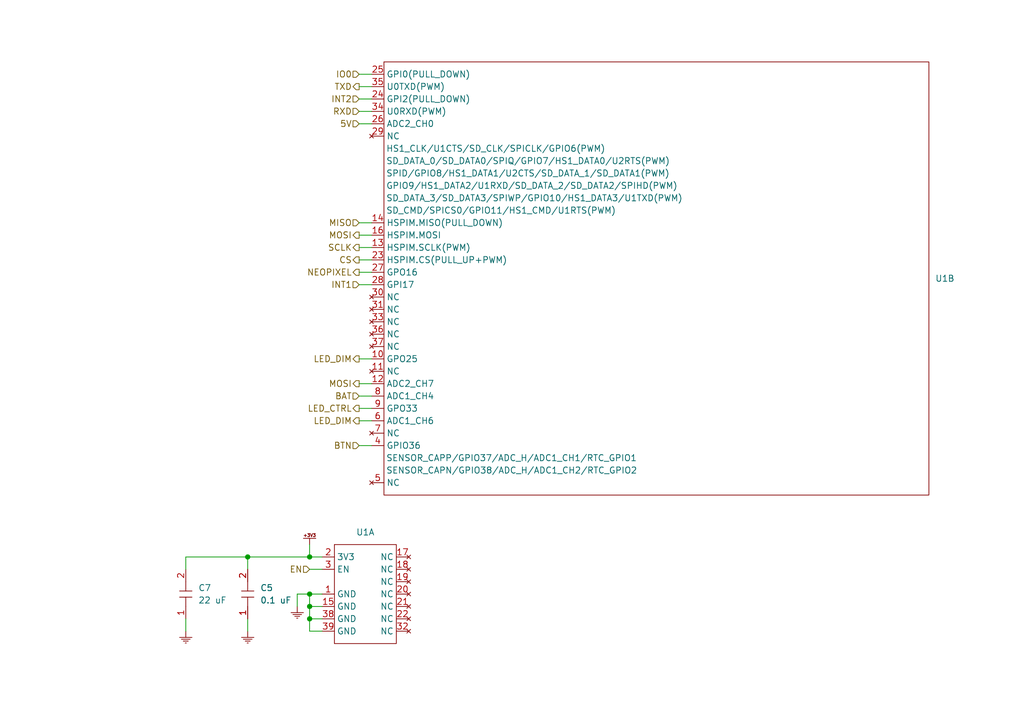
<source format=kicad_sch>
(kicad_sch (version 20230121) (generator eeschema)
  (paper "A5")
  (lib_symbols
    (symbol "zandmd:+3V3" (power) (pin_names (offset 0))
      (symbol "+3V3_0_1"
        (polyline (pts (xy -1.27 1.27) (xy 1.27 1.27)))
        (polyline (pts (xy 0 0) (xy 0 1.27)))
      )
      (symbol "+3V3_1_1"
        (text "+3V3" (at 0 1.905 0) (effects (font (size 0.635 0.635))))
        (pin power_in line (at 0 0 90) (length 0) hide (name "+3V3") (number "1"))
      )
    )
    (symbol "zandmd:CAPACITOR" (pin_names (offset 0))
      (property "Reference" "C" (at 0 0 0))
      (property "Value" "C" (at 0 0 0))
      (symbol "CAPACITOR_0_1"
        (polyline (pts (xy 2.54 0) (xy 4.445 0)))
        (polyline (pts (xy 4.445 1.27) (xy 4.445 -1.27)))
        (polyline (pts (xy 5.715 1.27) (xy 5.715 -1.27)))
        (polyline (pts (xy 7.62 0) (xy 5.715 0)))
      )
      (symbol "CAPACITOR_1_1"
        (pin passive line (at 0 0 0) (length 2.54) (name "") (number "1"))
        (pin passive line (at 10.16 0 180) (length 2.54) (name "") (number "2"))
      )
    )
    (symbol "zandmd:ESP32-WROOM-32E-N4"
      (property "Reference" "U" (at 0 0 0))
      (symbol "ESP32-WROOM-32E-N4_1_1"
        (rectangle (start 2.54 20.32) (end 15.24 0))
        (pin passive line (at 0 10.16 0) (length 2.54) (name "GND") (number "1"))
        (pin passive line (at 0 7.62 0) (length 2.54) (name "GND") (number "15"))
        (pin no_connect line (at 17.78 17.78 180) (length 2.54) (name "NC") (number "17"))
        (pin no_connect line (at 17.78 15.24 180) (length 2.54) (name "NC") (number "18"))
        (pin no_connect line (at 17.78 12.7 180) (length 2.54) (name "NC") (number "19"))
        (pin power_in line (at 0 17.78 0) (length 2.54) (name "3V3") (number "2"))
        (pin no_connect line (at 17.78 10.16 180) (length 2.54) (name "NC") (number "20"))
        (pin no_connect line (at 17.78 7.62 180) (length 2.54) (name "NC") (number "21"))
        (pin no_connect line (at 17.78 5.08 180) (length 2.54) (name "NC") (number "22"))
        (pin input line (at 0 15.24 0) (length 2.54) (name "EN") (number "3"))
        (pin no_connect line (at 17.78 2.54 180) (length 2.54) (name "NC") (number "32"))
        (pin passive line (at 0 5.08 0) (length 2.54) (name "GND") (number "38"))
        (pin passive line (at 0 2.54 0) (length 2.54) (name "GND") (number "39"))
      )
      (symbol "ESP32-WROOM-32E-N4_2_1"
        (rectangle (start 2.54 88.9) (end 114.3 0))
        (text "GPIO9/HS1_DATA2/U1RXD/SD_DATA_2/SD_DATA2/SPIHD(PWM)" (at 2.9718 63.5 0) (effects (font (size 1.27 1.27)) (justify left)))
        (text "HS1_CLK/U1CTS/SD_CLK/SPICLK/GPIO6(PWM)" (at 2.9718 71.12 0) (effects (font (size 1.27 1.27)) (justify left)))
        (text "SD_CMD/SPICS0/GPIO11/HS1_CMD/U1RTS(PWM)" (at 2.9718 58.42 0) (effects (font (size 1.27 1.27)) (justify left)))
        (text "SD_DATA_0/SD_DATA0/SPIQ/GPIO7/HS1_DATA0/U2RTS(PWM)" (at 2.9718 68.58 0) (effects (font (size 1.27 1.27)) (justify left)))
        (text "SD_DATA_3/SD_DATA3/SPIWP/GPIO10/HS1_DATA3/U1TXD(PWM)" (at 2.9718 60.96 0) (effects (font (size 1.27 1.27)) (justify left)))
        (text "SENSOR_CAPN/GPIO38/ADC_H/ADC1_CH2/RTC_GPIO2" (at 2.9718 5.08 0) (effects (font (size 1.27 1.27)) (justify left)))
        (text "SENSOR_CAPP/GPIO37/ADC_H/ADC1_CH1/RTC_GPIO1" (at 2.9718 7.62 0) (effects (font (size 1.27 1.27)) (justify left)))
        (text "SPID/GPIO8/HS1_DATA1/U2CTS/SD_DATA_1/SD_DATA1(PWM)" (at 2.9718 66.04 0) (effects (font (size 1.27 1.27)) (justify left)))
        (pin bidirectional line (at 0 27.94 0) (length 2.54) (name "ADC2_CH8/RTC_GPIO6/GPIO25/EMAC_RXD0/DAC_1") (number "10") (alternate "GPO25" output line) (alternate "NC" no_connect line))
        (pin bidirectional line (at 0 25.4 0) (length 2.54) (name "GPIO26/EMAC_RXD1/DAC_2/ADC2_CH9/RTC_GPIO7") (number "11") (alternate "NC" no_connect line))
        (pin bidirectional line (at 0 22.86 0) (length 2.54) (name "GPIO27/EMAC_RX_DV/ADC2_CH7/TOUCH7/RTC_GPIO17") (number "12") (alternate "ADC2_CH7" input line) (alternate "NC" no_connect line))
        (pin bidirectional line (at 0 50.8 0) (length 2.54) (name "HS2_CLK/SD_CLK/EMAC_TXD2/TOUCH6/RTC_GPIO16/MTMS/HSPICLK/GPIO14/ADC2_CH6(PWM)") (number "13") (alternate "HSPIM.SCLK(PWM)" output line) (alternate "NC" no_connect line))
        (pin bidirectional line (at 0 55.88 0) (length 2.54) (name "RTC_GPIO15/GPIO12/SD_DATA2/EMAC_TXD3/ADC2_CH5/TOUCH5/MTDI/HSPIQ/HS2_DATA2(PULL_DOWN)") (number "14") (alternate "HSPIM.MISO(PULL_DOWN)" input line) (alternate "NC" no_connect line))
        (pin bidirectional line (at 0 53.34 0) (length 2.54) (name "HSPID/ADC2_CH4/TOUCH4/EMAC_RX_ER/RTC_GPIO14/MTCK/GPIO13/HS2_DATA3/SD_DATA3") (number "16") (alternate "HSPIM.MOSI" output line) (alternate "NC" no_connect line))
        (pin bidirectional line (at 0 48.26 0) (length 2.54) (name "RTC_GPIO13/I2C_SDA/MTDO/EMAC_RXD3/ADC2_CH4/SD_CMD/TOUCH3/HSPICS0/GPIO15/HS2_CMD(PULL_UP+PWM)") (number "23") (alternate "HSPIM.CS(PULL_UP+PWM)" output line) (alternate "NC" no_connect line))
        (pin bidirectional line (at 0 81.28 0) (length 2.54) (name "RTC_GPIO12/I2C_SCL/GPIO2/HSPIWP/HS2_DATA0/SD_DATA0/ADC2_CH2/TOUCH2(PULL_DOWN)") (number "24") (alternate "GPI2(PULL_DOWN)" input line) (alternate "NC" no_connect line))
        (pin bidirectional line (at 0 86.36 0) (length 2.54) (name "GPIO0/CLK_OUT1/EMAC_TX_CLK/ADC2_CH1/TOUCH1/RTC_GPIO11/I2C_SDA(PULL_DOWN)") (number "25") (alternate "GPI0(PULL_DOWN)" input line) (alternate "NC" no_connect line))
        (pin bidirectional line (at 0 76.2 0) (length 2.54) (name "EMAC_TX_ER/ADC2_CH0/TOUCH0/I2C_SCL/GPIO4/HSPIHD/HS2_DATA1/SD_DATA1/RTC_GPIO10") (number "26") (alternate "ADC2_CH0" input line) (alternate "NC" no_connect line))
        (pin bidirectional line (at 0 45.72 0) (length 2.54) (name "U2RXD/EMAC_CLK_OUT/GPIO16/HS1_DATA4") (number "27") (alternate "GPO16" output line) (alternate "NC" no_connect line))
        (pin bidirectional line (at 0 43.18 0) (length 2.54) (name "HS1_DATA5/U2TXD/EMAC_CLK_180/GPIO17") (number "28") (alternate "GPI17" input line) (alternate "NC" no_connect line))
        (pin bidirectional line (at 0 73.66 0) (length 2.54) (name "GPIO5/VSPICS0/HS1_DATA6/EMAC_RX_CLK(PULL_UP+PWM)") (number "29") (alternate "NC" no_connect line))
        (pin bidirectional line (at 0 40.64 0) (length 2.54) (name "GPIO18/VSPICLK/HS1_DATA7") (number "30") (alternate "NC" no_connect line))
        (pin bidirectional line (at 0 38.1 0) (length 2.54) (name "GPIO19/VSPIQ/U0CTS/EMAC_TXD0") (number "31") (alternate "NC" no_connect line))
        (pin bidirectional line (at 0 35.56 0) (length 2.54) (name "GPIO21/VSPIHD/EMAC_TX_EN") (number "33") (alternate "NC" no_connect line))
        (pin bidirectional line (at 0 78.74 0) (length 2.54) (name "U0RXD/CLK_OUT2/GPIO3(PWM)") (number "34") (alternate "NC" no_connect line) (alternate "U0RXD(PWM)" input line))
        (pin bidirectional line (at 0 83.82 0) (length 2.54) (name "U0TXD/CLK_OUT3/GPIO1/EMAC_RXD2(PWM)") (number "35") (alternate "NC" no_connect line) (alternate "U0TXD(PWM)" output line))
        (pin bidirectional line (at 0 33.02 0) (length 2.54) (name "U0RTS/EMAC_TXD1/GPIO22/VSPIWP") (number "36") (alternate "NC" no_connect line))
        (pin bidirectional line (at 0 30.48 0) (length 2.54) (name "GPIO23/VSPID/HS1_STROBE") (number "37") (alternate "NC" no_connect line))
        (pin input line (at 0 10.16 0) (length 2.54) (name "RTC_GPIO0/SENSOR_VP/GPIO36/ADC_H/ADC1_CH0") (number "4") (alternate "GPIO36" input line) (alternate "NC" no_connect line))
        (pin input line (at 0 2.54 0) (length 2.54) (name "SENSOR_VN/GPIO39/ADC_H/ADC1_CH3/RTC_GPIO3") (number "5") (alternate "NC" no_connect line))
        (pin input line (at 0 15.24 0) (length 2.54) (name "VDET_1/GPIO34/ADC1_CH6/RTC_GPIO4") (number "6") (alternate "ADC1_CH6" input line) (alternate "NC" no_connect line))
        (pin input line (at 0 12.7 0) (length 2.54) (name "DAC_1/ADC2_CH8/RTC_GPIO6/VDET_2/GPIO35") (number "7") (alternate "NC" no_connect line))
        (pin bidirectional line (at 0 20.32 0) (length 2.54) (name "32K_XP/GPIO32/XTAL_32K_P/ADC1_CH4/TOUCH9/RTC_GPIO9") (number "8") (alternate "ADC1_CH4" input line) (alternate "NC" no_connect line))
        (pin bidirectional line (at 0 17.78 0) (length 2.54) (name "32K_XN/GPIO33/XTAL_32K_N/ADC1_CH5/TOUCH8/RTC_GPIO8") (number "9") (alternate "GPO33" output line) (alternate "NC" no_connect line))
      )
    )
    (symbol "zandmd:GND" (power) (pin_names (offset 0))
      (symbol "GND_0_1"
        (polyline (pts (xy -1.27 -1.27) (xy 1.27 -1.27)))
        (polyline (pts (xy -0.889 -1.651) (xy 0.889 -1.651)))
        (polyline (pts (xy -0.508 -2.032) (xy 0.508 -2.032)))
        (polyline (pts (xy -0.127 -2.413) (xy 0.127 -2.413)))
        (polyline (pts (xy 0 0) (xy 0 -1.27)))
      )
      (symbol "GND_1_1"
        (pin power_in line (at 0 0 270) (length 0) hide (name "GND") (number "1"))
      )
    )
  )
  (junction (at 63.5 127))
  (junction (at 50.8 114.3))
  (junction (at 63.5 124.46))
  (junction (at 63.5 114.3))
  (junction (at 63.5 121.92))
  (wire (pts (xy 60.96 121.92) (xy 63.5 121.92)))
  (wire (pts (xy 63.5 127) (xy 63.5 129.54)))
  (wire (pts (xy 38.1 114.3) (xy 38.1 116.84)))
  (wire (pts (xy 50.8 114.3) (xy 38.1 114.3)))
  (wire (pts (xy 73.66 17.78) (xy 76.2 17.78)))
  (wire (pts (xy 73.66 45.72) (xy 76.2 45.72)))
  (wire (pts (xy 73.66 48.26) (xy 76.2 48.26)))
  (wire (pts (xy 73.66 58.42) (xy 76.2 58.42)))
  (wire (pts (xy 63.5 124.46) (xy 66.04 124.46)))
  (wire (pts (xy 73.66 50.8) (xy 76.2 50.8)))
  (wire (pts (xy 73.66 25.4) (xy 76.2 25.4)))
  (wire (pts (xy 50.8 114.3) (xy 50.8 116.84)))
  (wire (pts (xy 50.8 127) (xy 50.8 129.54)))
  (wire (pts (xy 63.5 129.54) (xy 66.04 129.54)))
  (wire (pts (xy 66.04 121.92) (xy 63.5 121.92)))
  (wire (pts (xy 63.5 127) (xy 66.04 127)))
  (wire (pts (xy 50.8 114.3) (xy 63.5 114.3)))
  (wire (pts (xy 73.66 81.28) (xy 76.2 81.28)))
  (wire (pts (xy 38.1 127) (xy 38.1 129.54)))
  (wire (pts (xy 73.66 15.24) (xy 76.2 15.24)))
  (wire (pts (xy 73.66 22.86) (xy 76.2 22.86)))
  (wire (pts (xy 73.66 91.44) (xy 76.2 91.44)))
  (wire (pts (xy 73.66 73.66) (xy 76.2 73.66)))
  (wire (pts (xy 66.04 114.3) (xy 63.5 114.3)))
  (wire (pts (xy 73.66 83.82) (xy 76.2 83.82)))
  (wire (pts (xy 73.66 55.88) (xy 76.2 55.88)))
  (wire (pts (xy 63.5 116.84) (xy 66.04 116.84)))
  (wire (pts (xy 73.66 78.74) (xy 76.2 78.74)))
  (wire (pts (xy 73.66 20.32) (xy 76.2 20.32)))
  (wire (pts (xy 63.5 124.46) (xy 63.5 127)))
  (wire (pts (xy 73.66 53.34) (xy 76.2 53.34)))
  (wire (pts (xy 60.96 124.46) (xy 60.96 121.92)))
  (wire (pts (xy 63.5 111.76) (xy 63.5 114.3)))
  (wire (pts (xy 63.5 121.92) (xy 63.5 124.46)))
  (wire (pts (xy 73.66 86.36) (xy 76.2 86.36)))
  (hierarchical_label "BTN" (shape input) (at 73.66 91.44 180))
  (hierarchical_label "EN" (shape input) (at 63.5 116.84 180))
  (hierarchical_label "MOSI" (shape output) (at 73.66 78.74 180))
  (hierarchical_label "LED_DIM" (shape output) (at 73.66 73.66 180))
  (hierarchical_label "INT2" (shape input) (at 73.66 20.32 180))
  (hierarchical_label "LED_DIM" (shape output) (at 73.66 86.36 180))
  (hierarchical_label "LED_CTRL" (shape output) (at 73.66 83.82 180))
  (hierarchical_label "INT1" (shape input) (at 73.66 58.42 180))
  (hierarchical_label "CS" (shape output) (at 73.66 53.34 180))
  (hierarchical_label "BAT" (shape input) (at 73.66 81.28 180))
  (hierarchical_label "TXD" (shape output) (at 73.66 17.78 180))
  (hierarchical_label "MISO" (shape input) (at 73.66 45.72 180))
  (hierarchical_label "MOSI" (shape output) (at 73.66 48.26 180))
  (hierarchical_label "RXD" (shape input) (at 73.66 22.86 180))
  (hierarchical_label "SCLK" (shape output) (at 73.66 50.8 180))
  (hierarchical_label "IO0" (shape input) (at 73.66 15.24 180))
  (hierarchical_label "NEOPIXEL" (shape output) (at 73.66 55.88 180))
  (hierarchical_label "5V" (shape input) (at 73.66 25.4 180))
  (symbol (lib_id "zandmd:ESP32-WROOM-32E-N4") (at 66.04 132.08 0) (unit 1)
    (property "Reference" "U1" (at 74.93 109.22 0))
    (property "Value" "ESP32-WROOM-32E-N4" (effects hide))
    (property "Footprint" "zandmd:ESP32-WROOM-32E-N4" (effects hide))
    (property "Datasheet" "https://www.espressif.com/sites/default/files/documentation/esp32-wroom-32e_esp32-wroom-32ue_datasheet_en.pdf" (effects hide))
    (property "Design Guide" "https://www.espressif.com/sites/default/files/documentation/esp32_hardware_design_guidelines_en.pdf" (effects hide))
    (property "Technical Reference Manual" "https://www.espressif.com/sites/default/files/documentation/esp32_technical_reference_manual_en.pdf" (effects hide))
    (property "Sim.Enable" "0" (effects hide))
    (pin "10" (alternate "GPO25"))
    (pin "11" (alternate "NC"))
    (pin "12" (alternate "ADC2_CH7"))
    (pin "13" (alternate "HSPIM.SCLK(PWM)"))
    (pin "14" (alternate "HSPIM.MISO(PULL_DOWN)"))
    (pin "16" (alternate "HSPIM.MOSI"))
    (pin "23" (alternate "HSPIM.CS(PULL_UP+PWM)"))
    (pin "24" (alternate "GPI2(PULL_DOWN)"))
    (pin "25" (alternate "GPI0(PULL_DOWN)"))
    (pin "26" (alternate "ADC2_CH0"))
    (pin "27" (alternate "GPO16"))
    (pin "28" (alternate "GPI17"))
    (pin "29" (alternate "NC"))
    (pin "30" (alternate "NC"))
    (pin "31" (alternate "NC"))
    (pin "33" (alternate "NC"))
    (pin "34" (alternate "U0RXD(PWM)"))
    (pin "35" (alternate "U0TXD(PWM)"))
    (pin "36" (alternate "NC"))
    (pin "37" (alternate "NC"))
    (pin "4" (alternate "GPIO36"))
    (pin "5" (alternate "NC"))
    (pin "6" (alternate "ADC1_CH6"))
    (pin "7" (alternate "NC"))
    (pin "8" (alternate "ADC1_CH4"))
    (pin "9" (alternate "GPO33"))
    (instances (project "tv-source-switcher" (path "" (reference "U1") (unit 1))) (project "disc-charger" (path "" (reference "U1") (unit 1))) (project "neopixel-controller" (path "" (reference "U3") (unit 1))) (project "pinewood-derby-car" (path "" (reference "U3") (unit 1))))
  )
  (symbol (lib_id "zandmd:+3V3") (at 63.5 111.76 0) (unit 1)
    (property "Reference" "#PWR08" (effects hide))
    (property "Value" "+3V3" (effects hide))
  )
  (symbol (lib_id "zandmd:CAPACITOR") (at 50.8 127 90) (unit 1)
    (property "Reference" "C5" (at 53.34 120.65 90) (effects (justify right)))
    (property "Value" "0.1 uF" (at 53.34 123.19 90) (effects (justify right)))
    (property "Footprint" "zandmd:PASSIVE-NPOL-0805" (effects hide))
    (property "Sim.Device" "C" (effects hide))
    (property "Sim.Pins" "1=+ 2=-" (effects hide))
    (instances (project "tv-source-switcher" (path "" (reference "C5") (unit 1))) (project "disc-charger" (path "" (reference "C2") (unit 1))) (project "neopixel-controller" (path "" (reference "C8") (unit 1))) (project "pinewood-derby-car" (path "" (reference "C10") (unit 1))) (project "main-board" (path "" (reference "C5") (unit 1))))
  )
  (symbol (lib_id "zandmd:GND") (at 60.96 124.46 0) (unit 1)
    (property "Reference" "#PWR07" (effects hide))
    (property "Value" "GND" (effects hide))
    (instances (project "tv-source-switcher" (path "" (reference "#PWR07") (unit 1))) (project "disc-charger" (path "" (reference "#PWR07") (unit 1))) (project "neopixel-controller" (path "" (reference "#PWR05") (unit 1))) (project "pinewood-derby-car" (path "" (reference "#PWR07") (unit 1))))
  )
  (symbol (lib_id "zandmd:ESP32-WROOM-32E-N4") (at 76.2 101.6 0) (unit 2)
    (property "Reference" "U1" (at 191.77 57.15 0) (effects (justify left)))
    (property "Value" "ESP32-WROOM-32E-N4" (effects hide))
    (property "Footprint" "zandmd:ESP32-WROOM-32E-N4" (effects hide))
    (property "Datasheet" "https://www.espressif.com/sites/default/files/documentation/esp32-wroom-32e_esp32-wroom-32ue_datasheet_en.pdf" (effects hide))
    (property "Design Guide" "https://www.espressif.com/sites/default/files/documentation/esp32_hardware_design_guidelines_en.pdf" (effects hide))
    (property "Technical Reference Manual" "https://www.espressif.com/sites/default/files/documentation/esp32_technical_reference_manual_en.pdf" (effects hide))
    (property "Sim.Enable" "0" (effects hide))
    (pin "10" (alternate "GPO25"))
    (pin "11" (alternate "NC"))
    (pin "12" (alternate "ADC2_CH7"))
    (pin "13" (alternate "HSPIM.SCLK(PWM)"))
    (pin "14" (alternate "HSPIM.MISO(PULL_DOWN)"))
    (pin "16" (alternate "HSPIM.MOSI"))
    (pin "23" (alternate "HSPIM.CS(PULL_UP+PWM)"))
    (pin "24" (alternate "GPI2(PULL_DOWN)"))
    (pin "25" (alternate "GPI0(PULL_DOWN)"))
    (pin "26" (alternate "ADC2_CH0"))
    (pin "27" (alternate "GPO16"))
    (pin "28" (alternate "GPI17"))
    (pin "29" (alternate "NC"))
    (pin "30" (alternate "NC"))
    (pin "31" (alternate "NC"))
    (pin "33" (alternate "NC"))
    (pin "34" (alternate "U0RXD(PWM)"))
    (pin "35" (alternate "U0TXD(PWM)"))
    (pin "36" (alternate "NC"))
    (pin "37" (alternate "NC"))
    (pin "4" (alternate "GPIO36"))
    (pin "5" (alternate "NC"))
    (pin "6" (alternate "ADC1_CH6"))
    (pin "7" (alternate "NC"))
    (pin "8" (alternate "ADC1_CH4"))
    (pin "9" (alternate "GPO33"))
    (instances (project "tv-source-switcher" (path "" (reference "U1") (unit 2))) (project "disc-charger" (path "" (reference "U1") (unit 2))) (project "neopixel-controller" (path "" (reference "U3") (unit 2))) (project "pinewood-derby-car" (path "" (reference "U3") (unit 2))))
  )
  (symbol (lib_id "zandmd:CAPACITOR") (at 38.1 127 90) (unit 1)
    (property "Reference" "C7" (at 40.64 120.65 90) (effects (justify right)))
    (property "Value" "22 uF" (at 40.64 123.19 90) (effects (justify right)))
    (property "Footprint" "zandmd:PASSIVE-NPOL-0805" (effects hide))
    (property "Sim.Device" "C" (effects hide))
    (property "Sim.Pins" "1=+ 2=-" (effects hide))
    (instances (project "tv-source-switcher" (path "" (reference "C7") (unit 1))) (project "disc-charger" (path "" (reference "C4") (unit 1))) (project "neopixel-controller" (path "" (reference "C6") (unit 1))) (project "pinewood-derby-car" (path "" (reference "C4") (unit 1))) (project "main-board" (path "" (reference "C3") (unit 1))))
  )
  (symbol (lib_id "zandmd:GND") (at 50.8 129.54 0) (unit 1)
    (property "Reference" "#PWR06" (effects hide))
    (property "Value" "GND" (effects hide))
    (instances (project "tv-source-switcher" (path "" (reference "#PWR06") (unit 1))) (project "disc-charger" (path "" (reference "#PWR06") (unit 1))) (project "neopixel-controller" (path "" (reference "#PWR07") (unit 1))) (project "pinewood-derby-car" (path "" (reference "#PWR06") (unit 1))) (project "main-board" (path "" (reference "#PWR06") (unit 1))))
  )
  (symbol (lib_id "zandmd:GND") (at 38.1 129.54 0) (unit 1)
    (property "Reference" "#PWR05" (effects hide))
    (property "Value" "GND" (effects hide))
    (instances (project "tv-source-switcher" (path "" (reference "#PWR05") (unit 1))) (project "disc-charger" (path "" (reference "#PWR05") (unit 1))) (project "neopixel-controller" (path "" (reference "#PWR06") (unit 1))) (project "pinewood-derby-car" (path "" (reference "#PWR05") (unit 1))) (project "main-board" (path "" (reference "#PWR07") (unit 1))))
  )
)
</source>
